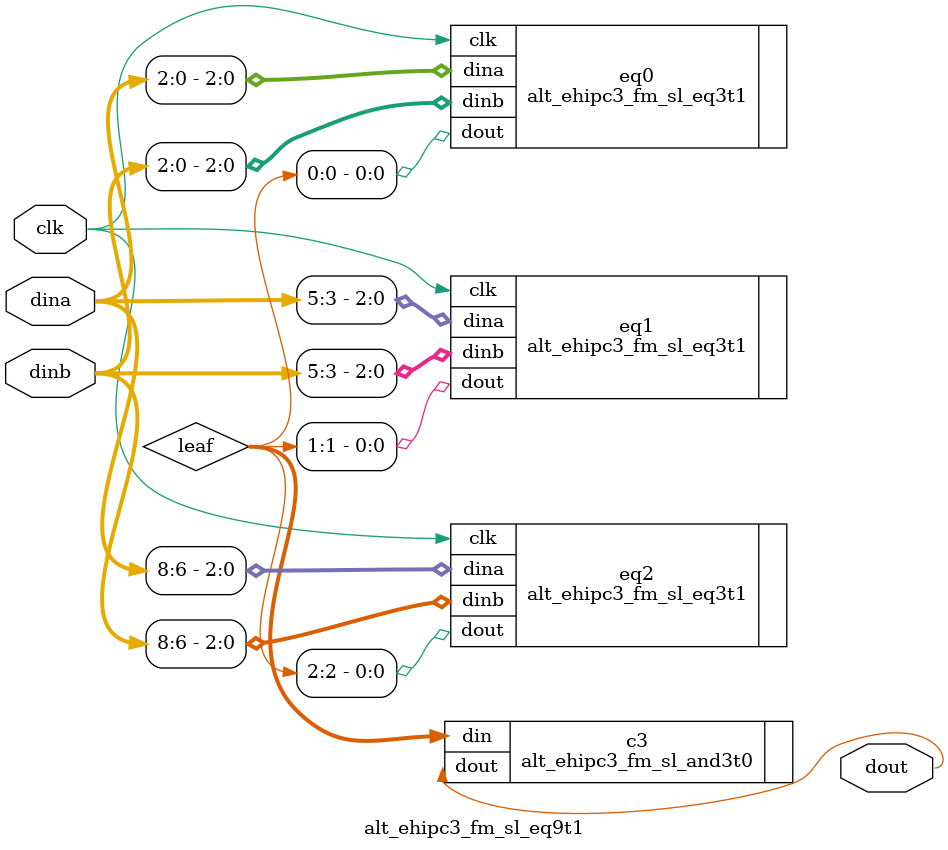
<source format=v>




`timescale 1ps/1ps


module alt_ehipc3_fm_sl_eq9t1 #(
    parameter SIM_EMULATE = 1'b0
) (
    input clk,
    input [8:0] dina,
    input [8:0] dinb,
    output dout
);

wire [2:0] leaf;

alt_ehipc3_fm_sl_eq3t1 eq0 (
    .clk(clk),
    .dina(dina[2:0]),
    .dinb(dinb[2:0]),
    .dout(leaf[0])
);

defparam eq0 .SIM_EMULATE = SIM_EMULATE;

alt_ehipc3_fm_sl_eq3t1 eq1 (
    .clk(clk),
    .dina(dina[5:3]),
    .dinb(dinb[5:3]),
    .dout(leaf[1])
);

defparam eq1 .SIM_EMULATE = SIM_EMULATE;

alt_ehipc3_fm_sl_eq3t1 eq2 (
    .clk(clk),
    .dina(dina[8:6]),
    .dinb(dinb[8:6]),
    .dout(leaf[2])
);

defparam eq2 .SIM_EMULATE = SIM_EMULATE;

alt_ehipc3_fm_sl_and3t0 c3 (
    .din(leaf),
    .dout(dout)
);
defparam c3 .SIM_EMULATE = SIM_EMULATE;

endmodule

`ifdef QUESTA_INTEL_OEM
`pragma questa_oem_00 "sj2EnSVIknGz65j61L+DMMO3HDcSN2jhvr55koJ1ECJkPtG0Fw9q9R2fIYYgv2BPR8BrsR+RYKuIJjlYQNmgnXVjvtJtJool3uQURgCFpQL23pok+Wr2TXSNbySMdXxV2gz6CwxUk+0+/rDLrsroCzkAiFw2amgz6Do5tJQltYjCIPqHFj/3UZep9T4dBvB83T//SpBFZzgCz+Lzrx+1A17RXSmjyar6SF3JSJg+7B2pqMO/Zn4ocLIG1I/m/J7QhCxhDcrKNQwzd2kkHDAvOE0MgJ7RnMbRSsMY4f8+pn6oB6eG6IQidMQX8NBj/RBBYCUNdvo7m9CJoLheg/fhfFtGxrfvUOBMURPYk0UDgWb+rSMgPcb3G+a9zhQw2kbmMiF91UWndgmjcKraQFUjpSpFo/V38GeAU+xwEMj1LEbGmhFp1+wl8waTffiXq9cchS74WBDAtIZuKtpxvcmgM507TdZIyXb881jkfOcMXhe7CaB/W9Q9qNI1pb4tJ8NKY81qzvBtmhp7MUnyAhV8Zgi9CB4Cf5+vNcObOsxuSFXkHrvGOjScksaYmBue/6ap4fEM9Vexoshv1022C2uHLrhfqRKs/e80HuNWnJM4Yx2pms2M9g5uXPnsScyG+7R3+97jhNgyZK3AS7E1yWu0y5juVVKfJ7gO98XWwMJPnJ8T91XuCRXKd/1f7Cf517XeFrddhuHkgTm99Vi8ZH3McNRbiMy42FQLjafQNLFLoZqP/QTy+A9j1aTP856TNVwjCZV2qXDNK4c0Qb5u3uyJfQmDVBMIDspCcHToBKbLLXDoHHaiPSb45/05ZW/mSZsHb+ko65JIIcjP4nPhYBA0s3tA2h+umAWBON1Yb7hW8D1+L3yt0THp848DOQ1Yv0WQvx+qPLF3eh4Rxtk7JeKuD3pH1M8bHe114jOiQWabebniXMnXhzbiHDGSAfvZw8witUmbYClZTiH+SiAE+eZC4ze4i0RFOwKSoMgg+vDUuHz2gLrQlZ8HTfr005vVvSje"
`endif
</source>
